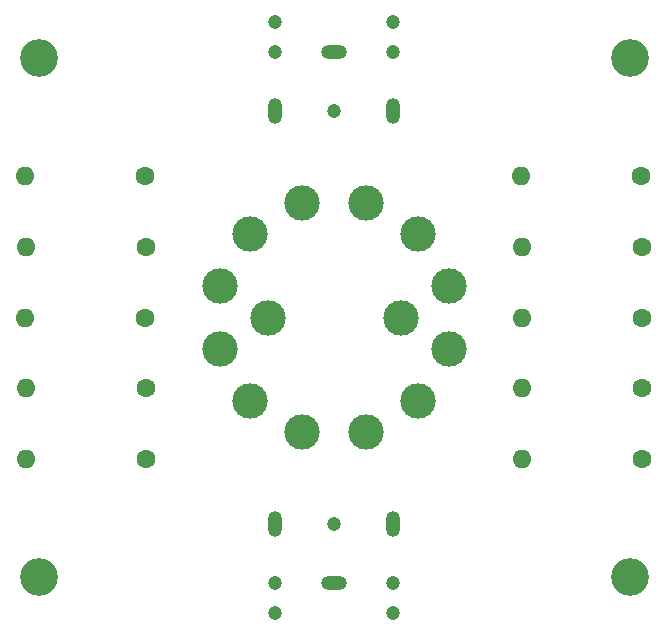
<source format=gbr>
%TF.GenerationSoftware,KiCad,Pcbnew,7.0.7*%
%TF.CreationDate,2024-06-01T16:44:26-07:00*%
%TF.ProjectId,Impedance Selector,496d7065-6461-46e6-9365-2053656c6563,rev?*%
%TF.SameCoordinates,Original*%
%TF.FileFunction,Soldermask,Bot*%
%TF.FilePolarity,Negative*%
%FSLAX46Y46*%
G04 Gerber Fmt 4.6, Leading zero omitted, Abs format (unit mm)*
G04 Created by KiCad (PCBNEW 7.0.7) date 2024-06-01 16:44:26*
%MOMM*%
%LPD*%
G01*
G04 APERTURE LIST*
%ADD10C,3.200000*%
%ADD11C,3.000000*%
%ADD12O,1.600000X1.600000*%
%ADD13C,1.600000*%
%ADD14C,1.200000*%
%ADD15O,1.200000X2.200000*%
%ADD16O,2.200000X1.200000*%
G04 APERTURE END LIST*
D10*
%TO.C,REF\u002A\u002A*%
X125000000Y-78000000D03*
%TD*%
%TO.C,REF\u002A\u002A*%
X175000000Y-78000000D03*
%TD*%
%TO.C,REF\u002A\u002A*%
X125000000Y-122000000D03*
%TD*%
%TO.C,REF\u002A\u002A*%
X175000000Y-122000000D03*
%TD*%
D11*
%TO.C,SW1*%
X152670000Y-90310000D03*
X157100000Y-92890000D03*
X159680000Y-97300000D03*
X159680000Y-102700000D03*
X157100000Y-107110000D03*
X152670000Y-109690000D03*
X147300000Y-109680000D03*
X142890000Y-107100000D03*
X140320000Y-102700000D03*
X140320000Y-97300000D03*
X142900000Y-92890000D03*
X147300000Y-90320000D03*
X155650000Y-100000000D03*
X144350000Y-100000000D03*
%TD*%
D12*
%TO.C,R2 L*%
X165920000Y-94000000D03*
D13*
X176080000Y-94000000D03*
%TD*%
D12*
%TO.C,R4 L*%
X165920000Y-106000000D03*
D13*
X176080000Y-106000000D03*
%TD*%
%TO.C,R3 R*%
X134000000Y-100000000D03*
D12*
X123840000Y-100000000D03*
%TD*%
D14*
%TO.C,J2*%
X155000000Y-125000000D03*
X155000000Y-122500000D03*
X150000000Y-117500000D03*
X145000000Y-125000000D03*
X145000000Y-122500000D03*
D15*
X155000000Y-117500000D03*
D16*
X150000000Y-122500000D03*
D15*
X145000000Y-117500000D03*
%TD*%
D13*
%TO.C,R4 R*%
X134080000Y-94000000D03*
D12*
X123920000Y-94000000D03*
%TD*%
D14*
%TO.C,J1*%
X145000000Y-75000000D03*
X145000000Y-77500000D03*
X150000000Y-82500000D03*
X155000000Y-75000000D03*
X155000000Y-77500000D03*
D15*
X145000000Y-82500000D03*
D16*
X150000000Y-77500000D03*
D15*
X155000000Y-82500000D03*
%TD*%
D12*
%TO.C,R2 R*%
X123920000Y-106000000D03*
D13*
X134080000Y-106000000D03*
%TD*%
%TO.C,R1 L*%
X176000000Y-88000000D03*
D12*
X165840000Y-88000000D03*
%TD*%
%TO.C,R5 L*%
X165920000Y-112000000D03*
D13*
X176080000Y-112000000D03*
%TD*%
%TO.C,R5 R*%
X134000000Y-88000000D03*
D12*
X123840000Y-88000000D03*
%TD*%
%TO.C,R3 L*%
X165920000Y-100000000D03*
D13*
X176080000Y-100000000D03*
%TD*%
D12*
%TO.C,R1 R*%
X123920000Y-112000000D03*
D13*
X134080000Y-112000000D03*
%TD*%
M02*

</source>
